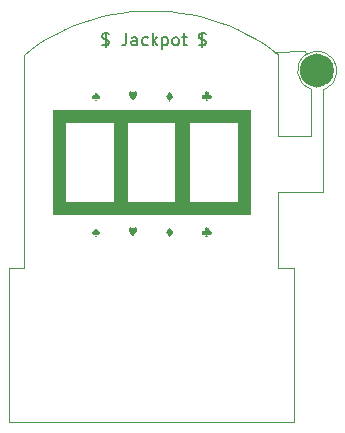
<source format=gbr>
%TF.GenerationSoftware,KiCad,Pcbnew,8.0.8*%
%TF.CreationDate,2025-04-07T01:45:18-03:00*%
%TF.ProjectId,Sao_SlotMachine_v2,53616f5f-536c-46f7-944d-616368696e65,rev?*%
%TF.SameCoordinates,Original*%
%TF.FileFunction,Legend,Top*%
%TF.FilePolarity,Positive*%
%FSLAX46Y46*%
G04 Gerber Fmt 4.6, Leading zero omitted, Abs format (unit mm)*
G04 Created by KiCad (PCBNEW 8.0.8) date 2025-04-07 01:45:18*
%MOMM*%
%LPD*%
G01*
G04 APERTURE LIST*
%ADD10C,0.100000*%
%ADD11C,1.473228*%
%ADD12C,0.000000*%
%ADD13C,0.150000*%
%ADD14C,0.050000*%
G04 APERTURE END LIST*
D10*
X121238939Y-50460420D02*
X122069736Y-50519839D01*
X122896765Y-50618723D01*
X123718152Y-50756846D01*
X124532037Y-50933896D01*
X125336575Y-51149471D01*
X126129945Y-51403084D01*
X126910348Y-51694159D01*
X127676018Y-52022038D01*
X128425220Y-52385978D01*
X129156256Y-52785154D01*
X129867470Y-53218661D01*
X130557251Y-53685519D01*
X131145468Y-54129442D01*
X130870358Y-53917512D01*
X133489505Y-53883502D01*
X133543687Y-54137301D01*
X133712228Y-54032734D01*
X133952885Y-53933051D01*
X134206174Y-53872241D01*
X134465856Y-53851804D01*
X134725538Y-53872241D01*
X134978827Y-53933051D01*
X135219484Y-54032734D01*
X135441584Y-54168837D01*
X135639659Y-54338009D01*
X135808831Y-54536084D01*
X135944934Y-54758184D01*
X136044617Y-54998841D01*
X136105427Y-55252130D01*
X136125864Y-55511812D01*
X136105427Y-55771494D01*
X136044617Y-56024783D01*
X135944934Y-56265440D01*
X135808831Y-56487540D01*
X135639659Y-56685615D01*
X135441584Y-56854787D01*
X135219484Y-56990890D01*
X134994037Y-57084273D01*
X135002814Y-57084273D01*
X135000102Y-60918349D01*
X135002814Y-60904711D01*
X135000102Y-65839177D01*
X131172374Y-65836304D01*
X131172374Y-72205805D01*
X132519793Y-72205805D01*
X132525013Y-85285564D01*
X108386002Y-85285564D01*
X108386002Y-72205376D01*
X109698872Y-72205805D01*
X109698872Y-54326657D01*
X109698338Y-54174915D01*
X110255259Y-53685519D01*
X110945040Y-53218661D01*
X111656254Y-52785154D01*
X112387290Y-52385978D01*
X113136492Y-52022038D01*
X113902162Y-51694159D01*
X114682565Y-51403084D01*
X115475935Y-51149471D01*
X116280473Y-50933896D01*
X117094358Y-50756846D01*
X117915745Y-50618723D01*
X118742774Y-50519839D01*
X119573571Y-50460420D01*
X120406255Y-50440598D01*
X121238939Y-50460420D01*
X131172350Y-61099131D02*
X134008024Y-61081745D01*
X134008024Y-61081745D02*
X134001707Y-57096971D01*
X131145468Y-54175055D02*
X131172350Y-61099131D01*
X134003816Y-57089815D02*
G75*
G02*
X133531518Y-54171366I463284J1572415D01*
G01*
D11*
X135203749Y-55517388D02*
G75*
G02*
X133730521Y-55517388I-736614J0D01*
G01*
X133730521Y-55517388D02*
G75*
G02*
X135203749Y-55517388I736614J0D01*
G01*
D12*
G36*
X128864662Y-63318535D02*
G01*
X128862189Y-63318535D01*
X128862189Y-67747512D01*
X112105870Y-67753309D01*
X112104614Y-66644510D01*
X123752703Y-66644510D01*
X127778331Y-66642793D01*
X127778331Y-63318535D01*
X127777812Y-63318535D01*
X127777812Y-59992005D01*
X123759764Y-59992005D01*
X123755887Y-63318535D01*
X123752703Y-66644510D01*
X112104614Y-66644510D01*
X112100838Y-63310449D01*
X112100838Y-59992005D01*
X113253557Y-59992005D01*
X113253557Y-63310449D01*
X113259280Y-66636997D01*
X117275928Y-66636997D01*
X117271605Y-63310467D01*
X117271605Y-59992005D01*
X118457258Y-59992005D01*
X118457258Y-63310467D01*
X118458318Y-63310467D01*
X118458318Y-66636997D01*
X122480761Y-66636997D01*
X122480761Y-63318535D01*
X122475306Y-59992005D01*
X118457258Y-59992005D01*
X117271605Y-59992005D01*
X113253557Y-59992005D01*
X112100838Y-59992005D01*
X112100838Y-58872221D01*
X128864662Y-58872221D01*
X128864662Y-63318535D01*
G37*
D13*
X116289160Y-53322200D02*
X116432017Y-53369819D01*
X116432017Y-53369819D02*
X116670112Y-53369819D01*
X116670112Y-53369819D02*
X116765350Y-53322200D01*
X116765350Y-53322200D02*
X116812969Y-53274580D01*
X116812969Y-53274580D02*
X116860588Y-53179342D01*
X116860588Y-53179342D02*
X116860588Y-53084104D01*
X116860588Y-53084104D02*
X116812969Y-52988866D01*
X116812969Y-52988866D02*
X116765350Y-52941247D01*
X116765350Y-52941247D02*
X116670112Y-52893628D01*
X116670112Y-52893628D02*
X116479636Y-52846009D01*
X116479636Y-52846009D02*
X116384398Y-52798390D01*
X116384398Y-52798390D02*
X116336779Y-52750771D01*
X116336779Y-52750771D02*
X116289160Y-52655533D01*
X116289160Y-52655533D02*
X116289160Y-52560295D01*
X116289160Y-52560295D02*
X116336779Y-52465057D01*
X116336779Y-52465057D02*
X116384398Y-52417438D01*
X116384398Y-52417438D02*
X116479636Y-52369819D01*
X116479636Y-52369819D02*
X116717731Y-52369819D01*
X116717731Y-52369819D02*
X116860588Y-52417438D01*
X116574874Y-52226961D02*
X116574874Y-53512676D01*
X118336779Y-52369819D02*
X118336779Y-53084104D01*
X118336779Y-53084104D02*
X118289160Y-53226961D01*
X118289160Y-53226961D02*
X118193922Y-53322200D01*
X118193922Y-53322200D02*
X118051065Y-53369819D01*
X118051065Y-53369819D02*
X117955827Y-53369819D01*
X119241541Y-53369819D02*
X119241541Y-52846009D01*
X119241541Y-52846009D02*
X119193922Y-52750771D01*
X119193922Y-52750771D02*
X119098684Y-52703152D01*
X119098684Y-52703152D02*
X118908208Y-52703152D01*
X118908208Y-52703152D02*
X118812970Y-52750771D01*
X119241541Y-53322200D02*
X119146303Y-53369819D01*
X119146303Y-53369819D02*
X118908208Y-53369819D01*
X118908208Y-53369819D02*
X118812970Y-53322200D01*
X118812970Y-53322200D02*
X118765351Y-53226961D01*
X118765351Y-53226961D02*
X118765351Y-53131723D01*
X118765351Y-53131723D02*
X118812970Y-53036485D01*
X118812970Y-53036485D02*
X118908208Y-52988866D01*
X118908208Y-52988866D02*
X119146303Y-52988866D01*
X119146303Y-52988866D02*
X119241541Y-52941247D01*
X120146303Y-53322200D02*
X120051065Y-53369819D01*
X120051065Y-53369819D02*
X119860589Y-53369819D01*
X119860589Y-53369819D02*
X119765351Y-53322200D01*
X119765351Y-53322200D02*
X119717732Y-53274580D01*
X119717732Y-53274580D02*
X119670113Y-53179342D01*
X119670113Y-53179342D02*
X119670113Y-52893628D01*
X119670113Y-52893628D02*
X119717732Y-52798390D01*
X119717732Y-52798390D02*
X119765351Y-52750771D01*
X119765351Y-52750771D02*
X119860589Y-52703152D01*
X119860589Y-52703152D02*
X120051065Y-52703152D01*
X120051065Y-52703152D02*
X120146303Y-52750771D01*
X120574875Y-53369819D02*
X120574875Y-52369819D01*
X120670113Y-52988866D02*
X120955827Y-53369819D01*
X120955827Y-52703152D02*
X120574875Y-53084104D01*
X121384399Y-52703152D02*
X121384399Y-53703152D01*
X121384399Y-52750771D02*
X121479637Y-52703152D01*
X121479637Y-52703152D02*
X121670113Y-52703152D01*
X121670113Y-52703152D02*
X121765351Y-52750771D01*
X121765351Y-52750771D02*
X121812970Y-52798390D01*
X121812970Y-52798390D02*
X121860589Y-52893628D01*
X121860589Y-52893628D02*
X121860589Y-53179342D01*
X121860589Y-53179342D02*
X121812970Y-53274580D01*
X121812970Y-53274580D02*
X121765351Y-53322200D01*
X121765351Y-53322200D02*
X121670113Y-53369819D01*
X121670113Y-53369819D02*
X121479637Y-53369819D01*
X121479637Y-53369819D02*
X121384399Y-53322200D01*
X122432018Y-53369819D02*
X122336780Y-53322200D01*
X122336780Y-53322200D02*
X122289161Y-53274580D01*
X122289161Y-53274580D02*
X122241542Y-53179342D01*
X122241542Y-53179342D02*
X122241542Y-52893628D01*
X122241542Y-52893628D02*
X122289161Y-52798390D01*
X122289161Y-52798390D02*
X122336780Y-52750771D01*
X122336780Y-52750771D02*
X122432018Y-52703152D01*
X122432018Y-52703152D02*
X122574875Y-52703152D01*
X122574875Y-52703152D02*
X122670113Y-52750771D01*
X122670113Y-52750771D02*
X122717732Y-52798390D01*
X122717732Y-52798390D02*
X122765351Y-52893628D01*
X122765351Y-52893628D02*
X122765351Y-53179342D01*
X122765351Y-53179342D02*
X122717732Y-53274580D01*
X122717732Y-53274580D02*
X122670113Y-53322200D01*
X122670113Y-53322200D02*
X122574875Y-53369819D01*
X122574875Y-53369819D02*
X122432018Y-53369819D01*
X123051066Y-52703152D02*
X123432018Y-52703152D01*
X123193923Y-52369819D02*
X123193923Y-53226961D01*
X123193923Y-53226961D02*
X123241542Y-53322200D01*
X123241542Y-53322200D02*
X123336780Y-53369819D01*
X123336780Y-53369819D02*
X123432018Y-53369819D01*
X124479638Y-53322200D02*
X124622495Y-53369819D01*
X124622495Y-53369819D02*
X124860590Y-53369819D01*
X124860590Y-53369819D02*
X124955828Y-53322200D01*
X124955828Y-53322200D02*
X125003447Y-53274580D01*
X125003447Y-53274580D02*
X125051066Y-53179342D01*
X125051066Y-53179342D02*
X125051066Y-53084104D01*
X125051066Y-53084104D02*
X125003447Y-52988866D01*
X125003447Y-52988866D02*
X124955828Y-52941247D01*
X124955828Y-52941247D02*
X124860590Y-52893628D01*
X124860590Y-52893628D02*
X124670114Y-52846009D01*
X124670114Y-52846009D02*
X124574876Y-52798390D01*
X124574876Y-52798390D02*
X124527257Y-52750771D01*
X124527257Y-52750771D02*
X124479638Y-52655533D01*
X124479638Y-52655533D02*
X124479638Y-52560295D01*
X124479638Y-52560295D02*
X124527257Y-52465057D01*
X124527257Y-52465057D02*
X124574876Y-52417438D01*
X124574876Y-52417438D02*
X124670114Y-52369819D01*
X124670114Y-52369819D02*
X124908209Y-52369819D01*
X124908209Y-52369819D02*
X125051066Y-52417438D01*
X124765352Y-52226961D02*
X124765352Y-53512676D01*
G36*
X115774424Y-68788328D02*
G01*
X115788962Y-68837499D01*
X115808060Y-68882917D01*
X115829378Y-68920952D01*
X115861742Y-68964374D01*
X115898396Y-69004796D01*
X115933236Y-69039280D01*
X115961514Y-69065543D01*
X115999845Y-69101335D01*
X116035466Y-69137518D01*
X116067714Y-69175661D01*
X116082170Y-69197679D01*
X116101221Y-69244024D01*
X116107571Y-69291224D01*
X116100315Y-69341177D01*
X116076273Y-69386858D01*
X116063607Y-69401133D01*
X116021446Y-69431186D01*
X115971898Y-69444410D01*
X115956385Y-69445097D01*
X115905338Y-69436793D01*
X115861918Y-69413923D01*
X115859176Y-69411880D01*
X115823005Y-69376757D01*
X115792767Y-69333679D01*
X115781995Y-69314427D01*
X115784378Y-69368001D01*
X115791648Y-69419779D01*
X115805265Y-69467312D01*
X115808374Y-69474894D01*
X115834488Y-69518965D01*
X115870760Y-69554732D01*
X115890928Y-69568439D01*
X115938681Y-69589986D01*
X115986504Y-69601960D01*
X116035785Y-69608086D01*
X116041625Y-69608495D01*
X116046510Y-69633897D01*
X115501605Y-69633897D01*
X115507222Y-69608495D01*
X115559755Y-69604966D01*
X115613153Y-69592288D01*
X115659467Y-69570390D01*
X115698699Y-69539272D01*
X115703105Y-69534734D01*
X115733498Y-69493213D01*
X115754823Y-69442654D01*
X115766045Y-69391003D01*
X115770138Y-69341223D01*
X115770272Y-69314427D01*
X115744947Y-69358768D01*
X115712860Y-69396495D01*
X115693579Y-69412368D01*
X115648131Y-69435860D01*
X115597423Y-69444969D01*
X115590265Y-69445097D01*
X115539515Y-69436542D01*
X115495403Y-69410876D01*
X115484019Y-69400400D01*
X115453799Y-69357878D01*
X115440502Y-69308531D01*
X115439811Y-69293178D01*
X115446222Y-69242667D01*
X115462526Y-69202564D01*
X115491182Y-69160180D01*
X115526925Y-69121207D01*
X115562909Y-69089235D01*
X115602709Y-69055470D01*
X115641085Y-69020116D01*
X115665247Y-68994957D01*
X115696467Y-68957276D01*
X115725102Y-68916464D01*
X115738276Y-68893352D01*
X115757653Y-68848015D01*
X115771865Y-68799502D01*
X115774424Y-68788328D01*
G37*
G36*
X118895603Y-69650505D02*
G01*
X118880405Y-69600803D01*
X118861676Y-69553056D01*
X118839418Y-69507265D01*
X118834542Y-69498342D01*
X118806569Y-69452023D01*
X118776718Y-69407422D01*
X118745494Y-69363221D01*
X118715499Y-69322176D01*
X118681891Y-69277302D01*
X118648610Y-69233062D01*
X118618045Y-69191918D01*
X118589030Y-69151747D01*
X118579553Y-69137839D01*
X118553825Y-69094502D01*
X118533879Y-69049668D01*
X118522051Y-69001553D01*
X118519713Y-68968335D01*
X118525716Y-68918749D01*
X118545958Y-68871437D01*
X118570516Y-68840596D01*
X118612018Y-68809191D01*
X118660321Y-68792281D01*
X118696301Y-68789060D01*
X118745850Y-68795381D01*
X118794570Y-68816693D01*
X118827459Y-68842550D01*
X118858972Y-68881386D01*
X118883410Y-68928756D01*
X118895603Y-68961496D01*
X118913274Y-68912485D01*
X118937620Y-68869025D01*
X118959351Y-68843282D01*
X119000721Y-68811995D01*
X119046248Y-68793694D01*
X119091242Y-68788328D01*
X119143735Y-68795541D01*
X119189839Y-68817179D01*
X119217027Y-68839619D01*
X119248431Y-68880686D01*
X119265341Y-68927317D01*
X119268562Y-68961496D01*
X119263564Y-69012550D01*
X119250077Y-69061179D01*
X119238276Y-69090212D01*
X119213861Y-69136093D01*
X119186430Y-69178637D01*
X119156667Y-69220121D01*
X119126877Y-69258841D01*
X119121528Y-69265578D01*
X119087832Y-69308830D01*
X119057118Y-69349589D01*
X119024197Y-69395210D01*
X118995569Y-69437242D01*
X118967596Y-69481743D01*
X118957397Y-69499319D01*
X118933941Y-69545043D01*
X118914253Y-69592150D01*
X118898335Y-69640641D01*
X118895603Y-69650505D01*
G37*
G36*
X121997732Y-68788328D02*
G01*
X122025885Y-68834371D01*
X122056703Y-68881887D01*
X122085239Y-68923787D01*
X122115733Y-68966769D01*
X122148185Y-69010833D01*
X122179423Y-69052171D01*
X122214342Y-69097462D01*
X122246462Y-69138049D01*
X122280397Y-69179452D01*
X122314515Y-69218928D01*
X122280818Y-69257074D01*
X122247531Y-69297696D01*
X122214069Y-69340143D01*
X122182707Y-69380894D01*
X122148185Y-69426534D01*
X122114494Y-69472436D01*
X122083396Y-69516534D01*
X122054891Y-69558829D01*
X122024913Y-69605894D01*
X121998464Y-69650505D01*
X121973254Y-69606481D01*
X121947662Y-69567218D01*
X121918154Y-69524369D01*
X121889605Y-69484096D01*
X121858508Y-69441228D01*
X121824864Y-69395766D01*
X121809665Y-69375488D01*
X121776813Y-69333740D01*
X121742550Y-69291204D01*
X121709460Y-69250386D01*
X121683879Y-69218928D01*
X121716132Y-69181188D01*
X121752194Y-69136996D01*
X121786137Y-69093982D01*
X121816561Y-69054517D01*
X121848929Y-69011760D01*
X121862421Y-68993736D01*
X121891885Y-68953399D01*
X121923871Y-68907402D01*
X121953287Y-68862551D01*
X121980131Y-68818845D01*
X121997732Y-68788328D01*
G37*
G36*
X125441311Y-69633897D02*
G01*
X124858792Y-69633897D01*
X124864410Y-69610449D01*
X124916311Y-69598512D01*
X124963315Y-69585155D01*
X125009925Y-69565999D01*
X125014863Y-69563066D01*
X125053629Y-69532131D01*
X125086762Y-69491717D01*
X125105722Y-69459507D01*
X125125885Y-69411289D01*
X125137678Y-69361339D01*
X125141137Y-69314427D01*
X125140404Y-69282920D01*
X125115462Y-69327216D01*
X125084350Y-69367869D01*
X125045994Y-69402174D01*
X125038555Y-69407239D01*
X124993149Y-69431053D01*
X124943183Y-69444448D01*
X124915945Y-69446318D01*
X124863893Y-69439767D01*
X124817556Y-69420112D01*
X124780390Y-69390875D01*
X124748825Y-69349588D01*
X124730362Y-69302299D01*
X124724947Y-69254099D01*
X124730950Y-69202192D01*
X124748959Y-69156287D01*
X124775750Y-69119765D01*
X124815775Y-69086426D01*
X124863477Y-69067673D01*
X124891032Y-69065055D01*
X124939698Y-69073848D01*
X124985894Y-69091983D01*
X125003140Y-69100226D01*
X124978170Y-69055789D01*
X124965526Y-69027686D01*
X124957011Y-68978670D01*
X124956978Y-68975174D01*
X124963385Y-68924129D01*
X124982606Y-68878800D01*
X125011200Y-68842550D01*
X125051791Y-68811679D01*
X125098674Y-68793623D01*
X125146755Y-68788328D01*
X125199305Y-68794735D01*
X125245794Y-68813956D01*
X125282798Y-68842550D01*
X125314364Y-68882280D01*
X125333855Y-68931219D01*
X125338241Y-68971754D01*
X125330421Y-69022414D01*
X125309321Y-69071037D01*
X125290858Y-69100226D01*
X125337020Y-69078671D01*
X125360223Y-69069207D01*
X125402233Y-69063834D01*
X125451165Y-69071424D01*
X125495014Y-69094196D01*
X125521423Y-69117811D01*
X125550208Y-69157812D01*
X125567044Y-69203932D01*
X125571981Y-69251168D01*
X125566567Y-69300164D01*
X125548104Y-69348055D01*
X125516538Y-69389654D01*
X125475934Y-69421498D01*
X125430019Y-69440123D01*
X125383670Y-69445585D01*
X125334262Y-69439016D01*
X125294766Y-69424825D01*
X125252084Y-69400278D01*
X125215387Y-69368649D01*
X125184552Y-69329021D01*
X125157765Y-69286656D01*
X125155547Y-69282920D01*
X125158631Y-69334653D01*
X125166260Y-69386029D01*
X125179903Y-69434639D01*
X125188764Y-69455599D01*
X125216379Y-69500204D01*
X125253061Y-69538764D01*
X125282554Y-69561112D01*
X125328488Y-69582805D01*
X125379073Y-69597956D01*
X125429089Y-69609114D01*
X125435938Y-69610449D01*
X125441311Y-69633897D01*
G37*
G36*
X115774424Y-57286109D02*
G01*
X115788962Y-57335280D01*
X115808060Y-57380698D01*
X115829378Y-57418733D01*
X115861742Y-57462155D01*
X115898396Y-57502577D01*
X115933236Y-57537061D01*
X115961514Y-57563324D01*
X115999845Y-57599116D01*
X116035466Y-57635299D01*
X116067714Y-57673442D01*
X116082170Y-57695460D01*
X116101221Y-57741805D01*
X116107571Y-57789005D01*
X116100315Y-57838958D01*
X116076273Y-57884639D01*
X116063607Y-57898914D01*
X116021446Y-57928967D01*
X115971898Y-57942191D01*
X115956385Y-57942878D01*
X115905338Y-57934574D01*
X115861918Y-57911704D01*
X115859176Y-57909661D01*
X115823005Y-57874538D01*
X115792767Y-57831460D01*
X115781995Y-57812208D01*
X115784378Y-57865782D01*
X115791648Y-57917560D01*
X115805265Y-57965093D01*
X115808374Y-57972675D01*
X115834488Y-58016746D01*
X115870760Y-58052513D01*
X115890928Y-58066220D01*
X115938681Y-58087767D01*
X115986504Y-58099741D01*
X116035785Y-58105867D01*
X116041625Y-58106276D01*
X116046510Y-58131678D01*
X115501605Y-58131678D01*
X115507222Y-58106276D01*
X115559755Y-58102747D01*
X115613153Y-58090069D01*
X115659467Y-58068171D01*
X115698699Y-58037053D01*
X115703105Y-58032515D01*
X115733498Y-57990994D01*
X115754823Y-57940435D01*
X115766045Y-57888784D01*
X115770138Y-57839004D01*
X115770272Y-57812208D01*
X115744947Y-57856549D01*
X115712860Y-57894276D01*
X115693579Y-57910149D01*
X115648131Y-57933641D01*
X115597423Y-57942750D01*
X115590265Y-57942878D01*
X115539515Y-57934323D01*
X115495403Y-57908657D01*
X115484019Y-57898181D01*
X115453799Y-57855659D01*
X115440502Y-57806312D01*
X115439811Y-57790959D01*
X115446222Y-57740448D01*
X115462526Y-57700345D01*
X115491182Y-57657961D01*
X115526925Y-57618988D01*
X115562909Y-57587016D01*
X115602709Y-57553251D01*
X115641085Y-57517897D01*
X115665247Y-57492738D01*
X115696467Y-57455057D01*
X115725102Y-57414245D01*
X115738276Y-57391133D01*
X115757653Y-57345796D01*
X115771865Y-57297283D01*
X115774424Y-57286109D01*
G37*
G36*
X118895603Y-58148286D02*
G01*
X118880405Y-58098584D01*
X118861676Y-58050837D01*
X118839418Y-58005046D01*
X118834542Y-57996123D01*
X118806569Y-57949804D01*
X118776718Y-57905203D01*
X118745494Y-57861002D01*
X118715499Y-57819957D01*
X118681891Y-57775083D01*
X118648610Y-57730843D01*
X118618045Y-57689699D01*
X118589030Y-57649528D01*
X118579553Y-57635620D01*
X118553825Y-57592283D01*
X118533879Y-57547449D01*
X118522051Y-57499334D01*
X118519713Y-57466116D01*
X118525716Y-57416530D01*
X118545958Y-57369218D01*
X118570516Y-57338377D01*
X118612018Y-57306972D01*
X118660321Y-57290062D01*
X118696301Y-57286841D01*
X118745850Y-57293162D01*
X118794570Y-57314474D01*
X118827459Y-57340331D01*
X118858972Y-57379167D01*
X118883410Y-57426537D01*
X118895603Y-57459277D01*
X118913274Y-57410266D01*
X118937620Y-57366806D01*
X118959351Y-57341063D01*
X119000721Y-57309776D01*
X119046248Y-57291475D01*
X119091242Y-57286109D01*
X119143735Y-57293322D01*
X119189839Y-57314960D01*
X119217027Y-57337400D01*
X119248431Y-57378467D01*
X119265341Y-57425098D01*
X119268562Y-57459277D01*
X119263564Y-57510331D01*
X119250077Y-57558960D01*
X119238276Y-57587993D01*
X119213861Y-57633874D01*
X119186430Y-57676418D01*
X119156667Y-57717902D01*
X119126877Y-57756622D01*
X119121528Y-57763359D01*
X119087832Y-57806611D01*
X119057118Y-57847370D01*
X119024197Y-57892991D01*
X118995569Y-57935023D01*
X118967596Y-57979524D01*
X118957397Y-57997100D01*
X118933941Y-58042824D01*
X118914253Y-58089931D01*
X118898335Y-58138422D01*
X118895603Y-58148286D01*
G37*
G36*
X121997732Y-57286109D02*
G01*
X122025885Y-57332152D01*
X122056703Y-57379668D01*
X122085239Y-57421568D01*
X122115733Y-57464550D01*
X122148185Y-57508614D01*
X122179423Y-57549952D01*
X122214342Y-57595243D01*
X122246462Y-57635830D01*
X122280397Y-57677233D01*
X122314515Y-57716709D01*
X122280818Y-57754855D01*
X122247531Y-57795477D01*
X122214069Y-57837924D01*
X122182707Y-57878675D01*
X122148185Y-57924315D01*
X122114494Y-57970217D01*
X122083396Y-58014315D01*
X122054891Y-58056610D01*
X122024913Y-58103675D01*
X121998464Y-58148286D01*
X121973254Y-58104262D01*
X121947662Y-58064999D01*
X121918154Y-58022150D01*
X121889605Y-57981877D01*
X121858508Y-57939009D01*
X121824864Y-57893547D01*
X121809665Y-57873269D01*
X121776813Y-57831521D01*
X121742550Y-57788985D01*
X121709460Y-57748167D01*
X121683879Y-57716709D01*
X121716132Y-57678969D01*
X121752194Y-57634777D01*
X121786137Y-57591763D01*
X121816561Y-57552298D01*
X121848929Y-57509541D01*
X121862421Y-57491517D01*
X121891885Y-57451180D01*
X121923871Y-57405183D01*
X121953287Y-57360332D01*
X121980131Y-57316626D01*
X121997732Y-57286109D01*
G37*
G36*
X125441311Y-58131678D02*
G01*
X124858792Y-58131678D01*
X124864410Y-58108230D01*
X124916311Y-58096293D01*
X124963315Y-58082936D01*
X125009925Y-58063780D01*
X125014863Y-58060847D01*
X125053629Y-58029912D01*
X125086762Y-57989498D01*
X125105722Y-57957288D01*
X125125885Y-57909070D01*
X125137678Y-57859120D01*
X125141137Y-57812208D01*
X125140404Y-57780701D01*
X125115462Y-57824997D01*
X125084350Y-57865650D01*
X125045994Y-57899955D01*
X125038555Y-57905020D01*
X124993149Y-57928834D01*
X124943183Y-57942229D01*
X124915945Y-57944099D01*
X124863893Y-57937548D01*
X124817556Y-57917893D01*
X124780390Y-57888656D01*
X124748825Y-57847369D01*
X124730362Y-57800080D01*
X124724947Y-57751880D01*
X124730950Y-57699973D01*
X124748959Y-57654068D01*
X124775750Y-57617546D01*
X124815775Y-57584207D01*
X124863477Y-57565454D01*
X124891032Y-57562836D01*
X124939698Y-57571629D01*
X124985894Y-57589764D01*
X125003140Y-57598007D01*
X124978170Y-57553570D01*
X124965526Y-57525467D01*
X124957011Y-57476451D01*
X124956978Y-57472955D01*
X124963385Y-57421910D01*
X124982606Y-57376581D01*
X125011200Y-57340331D01*
X125051791Y-57309460D01*
X125098674Y-57291404D01*
X125146755Y-57286109D01*
X125199305Y-57292516D01*
X125245794Y-57311737D01*
X125282798Y-57340331D01*
X125314364Y-57380061D01*
X125333855Y-57429000D01*
X125338241Y-57469535D01*
X125330421Y-57520195D01*
X125309321Y-57568818D01*
X125290858Y-57598007D01*
X125337020Y-57576452D01*
X125360223Y-57566988D01*
X125402233Y-57561615D01*
X125451165Y-57569205D01*
X125495014Y-57591977D01*
X125521423Y-57615592D01*
X125550208Y-57655593D01*
X125567044Y-57701713D01*
X125571981Y-57748949D01*
X125566567Y-57797945D01*
X125548104Y-57845836D01*
X125516538Y-57887435D01*
X125475934Y-57919279D01*
X125430019Y-57937904D01*
X125383670Y-57943366D01*
X125334262Y-57936797D01*
X125294766Y-57922606D01*
X125252084Y-57898059D01*
X125215387Y-57866430D01*
X125184552Y-57826802D01*
X125157765Y-57784437D01*
X125155547Y-57780701D01*
X125158631Y-57832434D01*
X125166260Y-57883810D01*
X125179903Y-57932420D01*
X125188764Y-57953380D01*
X125216379Y-57997985D01*
X125253061Y-58036545D01*
X125282554Y-58058893D01*
X125328488Y-58080586D01*
X125379073Y-58095737D01*
X125429089Y-58106895D01*
X125435938Y-58108230D01*
X125441311Y-58131678D01*
G37*
%LPC*%
D14*
X108697270Y-72540866D02*
X132185896Y-72540866D01*
X132185896Y-75054399D01*
X108697270Y-75054399D01*
X108697270Y-72540866D01*
G36*
X108697270Y-72540866D02*
G01*
X132185896Y-72540866D01*
X132185896Y-75054399D01*
X108697270Y-75054399D01*
X108697270Y-72540866D01*
G37*
X134829942Y-61240720D02*
X134835737Y-61240720D01*
X134835737Y-65566469D01*
X131147644Y-65566469D01*
X131147644Y-61240720D01*
X134164569Y-61240720D01*
X134164569Y-57196047D01*
X134829942Y-57196047D01*
X134829942Y-61240720D01*
G36*
X134829942Y-61240720D02*
G01*
X134835737Y-61240720D01*
X134835737Y-65566469D01*
X131147644Y-65566469D01*
X131147644Y-61240720D01*
X134164569Y-61240720D01*
X134164569Y-57196047D01*
X134829942Y-57196047D01*
X134829942Y-61240720D01*
G37*
X111275663Y-75826646D02*
X116281755Y-75826646D01*
X116281755Y-80536325D01*
X111275663Y-80536325D01*
X111275663Y-75826646D01*
G36*
X111275663Y-75826646D02*
G01*
X116281755Y-75826646D01*
X116281755Y-80536325D01*
X111275663Y-80536325D01*
X111275663Y-75826646D01*
G37*
X130869884Y-54750324D02*
X130889844Y-54750324D01*
X130889844Y-72184165D01*
X110024399Y-72184165D01*
X110024399Y-72138243D01*
X110004439Y-72138243D01*
X110004439Y-70294309D01*
X111755540Y-70294309D01*
X129130904Y-70300146D01*
X129138742Y-56594257D01*
X111763379Y-56588421D01*
X111755540Y-70294309D01*
X110004439Y-70294309D01*
X110004439Y-54704402D01*
X130869884Y-54704402D01*
X130869884Y-54750324D01*
G36*
X130869884Y-54750324D02*
G01*
X130889844Y-54750324D01*
X130889844Y-72184165D01*
X110024399Y-72184165D01*
X110024399Y-72138243D01*
X110004439Y-72138243D01*
X110004439Y-70294309D01*
X111755540Y-70294309D01*
X129130904Y-70300146D01*
X129138742Y-56594257D01*
X111763379Y-56588421D01*
X111755540Y-70294309D01*
X110004439Y-70294309D01*
X110004439Y-54704402D01*
X130869884Y-54704402D01*
X130869884Y-54750324D01*
G37*
X108686645Y-82473718D02*
X132175271Y-82473718D01*
X132175271Y-84987251D01*
X108686645Y-84987251D01*
X108686645Y-82473718D01*
G36*
X108686645Y-82473718D02*
G01*
X132175271Y-82473718D01*
X132175271Y-84987251D01*
X108686645Y-84987251D01*
X108686645Y-82473718D01*
G37*
X123593286Y-78099148D02*
X129653292Y-78099148D01*
X129653292Y-80536325D01*
X123593286Y-80536325D01*
X123593286Y-78099148D01*
G36*
X123593286Y-78099148D02*
G01*
X129653292Y-78099148D01*
X129653292Y-80536325D01*
X123593286Y-80536325D01*
X123593286Y-78099148D01*
G37*
X113278838Y-60017933D02*
X117236865Y-60017933D01*
X117236865Y-66608547D01*
X113278838Y-66608547D01*
X113278838Y-60017933D01*
G36*
X113278838Y-60017933D02*
G01*
X117236865Y-60017933D01*
X117236865Y-66608547D01*
X113278838Y-66608547D01*
X113278838Y-60017933D01*
G37*
G36*
X123761190Y-59992509D02*
G01*
X127773598Y-59992509D01*
X127773598Y-66634636D01*
X123761190Y-66634636D01*
X123761190Y-59992509D01*
G37*
G36*
X118454793Y-59997727D02*
G01*
X122477637Y-59997727D01*
X122477637Y-66624201D01*
X118454793Y-66624201D01*
X118454793Y-59997727D01*
G37*
%LPD*%
M02*

</source>
